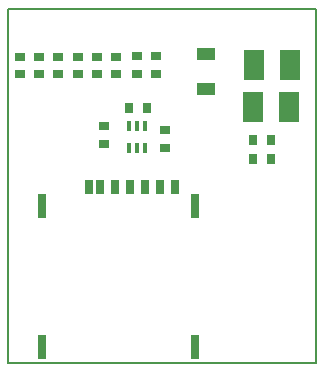
<source format=gbp>
%FSLAX25Y25*%
%MOIN*%
G70*
G01*
G75*
G04 Layer_Color=128*
%ADD10C,0.01500*%
%ADD11C,0.01000*%
%ADD12C,0.02000*%
%ADD13R,0.03937X0.03150*%
%ADD14R,0.03150X0.03937*%
%ADD15R,0.09843X0.11811*%
%ADD16O,0.07087X0.02362*%
%ADD17O,0.02362X0.07087*%
%ADD18R,0.03347X0.02756*%
%ADD19R,0.02756X0.03347*%
%ADD20R,0.03150X0.07000*%
%ADD21R,0.06000X0.07874*%
%ADD22R,0.01181X0.01181*%
%ADD23R,0.01378X0.00984*%
%ADD24R,0.01378X0.01181*%
%ADD25R,0.02362X0.03937*%
%ADD26C,0.01200*%
%ADD27C,0.00800*%
%ADD28R,0.06800X0.08800*%
%ADD29R,0.12700X0.10700*%
%ADD30C,0.00500*%
%ADD31R,0.05906X0.05906*%
%ADD32C,0.05906*%
%ADD33C,0.02000*%
%ADD34C,0.04000*%
%ADD35R,0.05906X0.03937*%
%ADD36R,0.01575X0.03347*%
%ADD37R,0.07000X0.10000*%
%ADD38R,0.02756X0.08268*%
%ADD39R,0.02559X0.04843*%
%ADD40C,0.02500*%
%ADD41R,0.07200X0.31400*%
%ADD42R,0.10700X0.04700*%
%ADD43R,0.12600X0.10400*%
%ADD44R,0.12100X0.10500*%
%ADD45C,0.00400*%
%ADD46C,0.00300*%
%ADD47R,0.04737X0.03950*%
%ADD48R,0.03950X0.04737*%
%ADD49R,0.10642X0.12611*%
%ADD50O,0.07887X0.03162*%
%ADD51O,0.03162X0.07887*%
%ADD52R,0.04147X0.03556*%
%ADD53R,0.03556X0.04147*%
%ADD54R,0.03950X0.07800*%
%ADD55R,0.06800X0.08674*%
%ADD56R,0.01981X0.01981*%
%ADD57R,0.02178X0.01784*%
%ADD58R,0.02178X0.01981*%
%ADD59R,0.03162X0.04737*%
%ADD60R,0.06706X0.06706*%
%ADD61C,0.06706*%
%ADD62R,0.06706X0.04737*%
%ADD63R,0.02375X0.04147*%
%ADD64R,0.07800X0.10800*%
%ADD65R,0.03556X0.09068*%
%ADD66R,0.03359X0.05643*%
D18*
X10143Y-21800D02*
D03*
Y-15894D02*
D03*
X3700Y-15894D02*
D03*
Y-21800D02*
D03*
X16586Y-15894D02*
D03*
Y-21800D02*
D03*
X29471Y-21800D02*
D03*
Y-15894D02*
D03*
X23029Y-15894D02*
D03*
Y-21800D02*
D03*
X43000Y-21606D02*
D03*
Y-15700D02*
D03*
X49300Y-15695D02*
D03*
Y-21600D02*
D03*
X35914Y-15894D02*
D03*
Y-21800D02*
D03*
X52100Y-40295D02*
D03*
Y-46200D02*
D03*
X31800Y-39100D02*
D03*
Y-45006D02*
D03*
D19*
X81600Y-43600D02*
D03*
X87506D02*
D03*
X81600Y-50100D02*
D03*
X87506D02*
D03*
X46205Y-33100D02*
D03*
X40300D02*
D03*
D30*
X102362Y-118110D02*
Y0D01*
X0Y-118110D02*
X102362D01*
X0D02*
Y0D01*
X102362D01*
D35*
X65900Y-26711D02*
D03*
Y-14900D02*
D03*
D36*
X40241Y-46242D02*
D03*
Y-38958D02*
D03*
X42800D02*
D03*
X45359Y-46242D02*
D03*
X42800D02*
D03*
X45359Y-38958D02*
D03*
D37*
X81800Y-18600D02*
D03*
X93800D02*
D03*
X93600Y-32600D02*
D03*
X81600D02*
D03*
D38*
X11073Y-112802D02*
D03*
Y-65558D02*
D03*
X62215Y-112802D02*
D03*
Y-65558D02*
D03*
D39*
X35640Y-59200D02*
D03*
X40640D02*
D03*
X45640D02*
D03*
X50640D02*
D03*
X55640D02*
D03*
X30640D02*
D03*
X26900D02*
D03*
M02*

</source>
